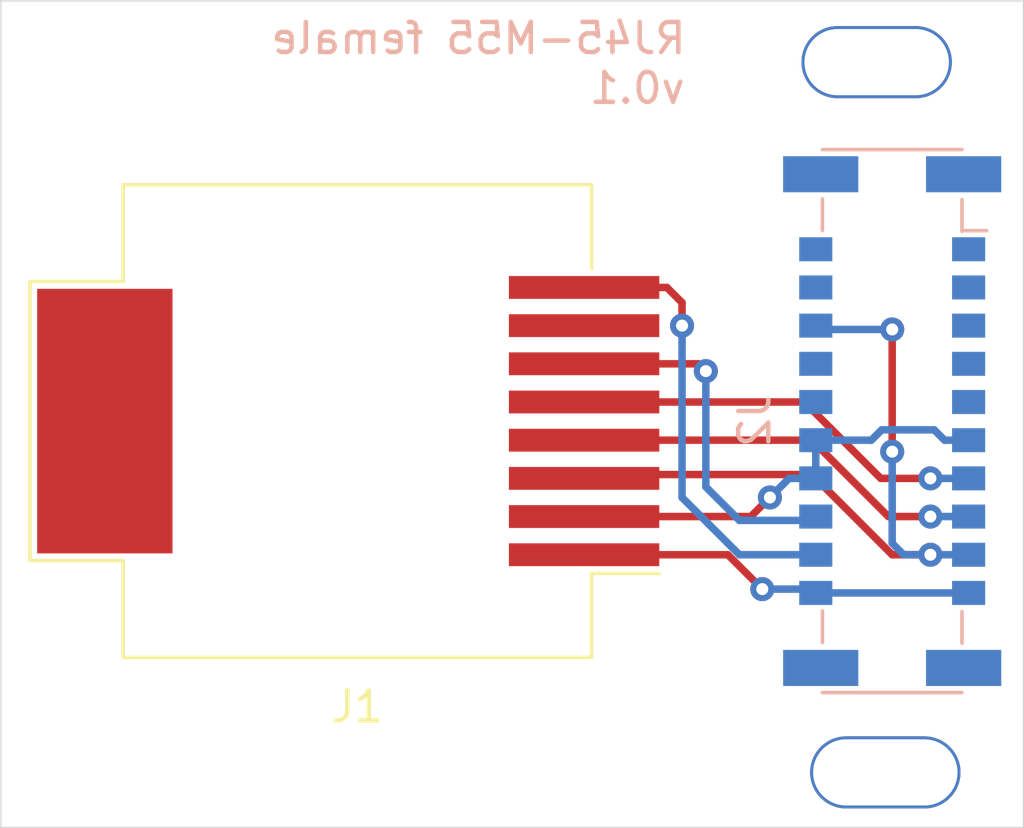
<source format=kicad_pcb>
(kicad_pcb (version 20171130) (host pcbnew 5.1.5)

  (general
    (thickness 1.6)
    (drawings 6)
    (tracks 62)
    (zones 0)
    (modules 4)
    (nets 8)
  )

  (page A4)
  (layers
    (0 F.Cu signal)
    (31 B.Cu signal)
    (32 B.Adhes user)
    (33 F.Adhes user)
    (34 B.Paste user)
    (35 F.Paste user)
    (36 B.SilkS user)
    (37 F.SilkS user)
    (38 B.Mask user)
    (39 F.Mask user)
    (40 Dwgs.User user)
    (41 Cmts.User user)
    (42 Eco1.User user)
    (43 Eco2.User user)
    (44 Edge.Cuts user)
    (45 Margin user)
    (46 B.CrtYd user)
    (47 F.CrtYd user)
    (48 B.Fab user)
    (49 F.Fab user)
  )

  (setup
    (last_trace_width 0.25)
    (trace_clearance 0.2)
    (zone_clearance 0.508)
    (zone_45_only no)
    (trace_min 0.2)
    (via_size 0.8)
    (via_drill 0.4)
    (via_min_size 0.4)
    (via_min_drill 0.3)
    (uvia_size 0.3)
    (uvia_drill 0.1)
    (uvias_allowed no)
    (uvia_min_size 0.2)
    (uvia_min_drill 0.1)
    (edge_width 0.05)
    (segment_width 0.2)
    (pcb_text_width 0.3)
    (pcb_text_size 1.5 1.5)
    (mod_edge_width 0.12)
    (mod_text_size 1 1)
    (mod_text_width 0.15)
    (pad_size 1.524 1.524)
    (pad_drill 0.762)
    (pad_to_mask_clearance 0.051)
    (solder_mask_min_width 0.25)
    (aux_axis_origin 0 0)
    (visible_elements FFFFFF7F)
    (pcbplotparams
      (layerselection 0x010fc_ffffffff)
      (usegerberextensions false)
      (usegerberattributes false)
      (usegerberadvancedattributes false)
      (creategerberjobfile false)
      (excludeedgelayer true)
      (linewidth 0.100000)
      (plotframeref false)
      (viasonmask false)
      (mode 1)
      (useauxorigin false)
      (hpglpennumber 1)
      (hpglpenspeed 20)
      (hpglpendiameter 15.000000)
      (psnegative false)
      (psa4output false)
      (plotreference true)
      (plotvalue true)
      (plotinvisibletext false)
      (padsonsilk false)
      (subtractmaskfromsilk false)
      (outputformat 4)
      (mirror false)
      (drillshape 0)
      (scaleselection 1)
      (outputdirectory "output/PDF"))
  )

  (net 0 "")
  (net 1 SCK)
  (net 2 5V)
  (net 3 MISO1)
  (net 4 CS0)
  (net 5 MOSI)
  (net 6 GND)
  (net 7 CS1)

  (net_class Default "This is the default net class."
    (clearance 0.2)
    (trace_width 0.25)
    (via_dia 0.8)
    (via_drill 0.4)
    (uvia_dia 0.3)
    (uvia_drill 0.1)
    (add_net 5V)
    (add_net CS0)
    (add_net CS1)
    (add_net GND)
    (add_net MISO1)
    (add_net MOSI)
    (add_net SCK)
  )

  (module connectors:Mount_via (layer F.Cu) (tedit 5E72F026) (tstamp 5E73C5DD)
    (at 87.376 169.164 90)
    (fp_text reference REF** (at -3.7846 -2.7432 90) (layer F.SilkS) hide
      (effects (font (size 1 1) (thickness 0.15)))
    )
    (fp_text value Mount_via (at -0.127 -3.9624 90) (layer F.Fab) hide
      (effects (font (size 1 1) (thickness 0.15)))
    )
    (pad "" np_thru_hole oval (at 0 0.0254 90) (size 2.4 5) (drill oval 2.2 4.8) (layers *.Cu *.Mask))
  )

  (module connectors:Mount_via (layer F.Cu) (tedit 5E72F026) (tstamp 5E73C655)
    (at 87.0886 145.542 90)
    (fp_text reference REF** (at -3.7846 -2.7432 90) (layer F.SilkS) hide
      (effects (font (size 1 1) (thickness 0.15)))
    )
    (fp_text value Mount_via (at -0.127 -3.9624 90) (layer F.Fab) hide
      (effects (font (size 1 1) (thickness 0.15)))
    )
    (pad "" np_thru_hole oval (at 0 0.0254 90) (size 2.4 5) (drill oval 2.2 4.8) (layers *.Cu *.Mask))
  )

  (module connectors:M55-6XX2042R_Archer_Kontrol (layer B.Cu) (tedit 5E72E168) (tstamp 5E736D54)
    (at 87.63 157.48 90)
    (descr "M55, 2x10, SMD, 20Pin, FEMALE, DIL, Vertical or Horizontal (https://cdn.harwin.com/pdfs/M55-70X.pdf)")
    (tags "6002042R, 6102042R, 6012042R, 6022042R,")
    (path /5E724F0C)
    (attr smd)
    (fp_text reference J2 (at 0 -4.572 90) (layer B.SilkS)
      (effects (font (size 1 1) (thickness 0.15)) (justify mirror))
    )
    (fp_text value "M55 Archer" (at 0 -5.08 90) (layer B.Fab)
      (effects (font (size 1 1) (thickness 0.15)) (justify mirror))
    )
    (fp_line (start -9.31 -4.13) (end -9.31 4.13) (layer B.CrtYd) (width 0.05))
    (fp_line (start 9.31 -4.13) (end -9.31 -4.13) (layer B.CrtYd) (width 0.05))
    (fp_line (start 9.31 4.13) (end 9.31 -4.13) (layer B.CrtYd) (width 0.05))
    (fp_line (start -9.31 4.13) (end 9.31 4.13) (layer B.CrtYd) (width 0.05))
    (fp_text user %R (at 0 0 90) (layer B.Fab)
      (effects (font (size 1 1) (thickness 0.15)) (justify mirror))
    )
    (fp_line (start 7.39 -2.32) (end 6.335 -2.32) (layer B.SilkS) (width 0.12))
    (fp_line (start 7.366 2.32) (end 6.311 2.32) (layer B.SilkS) (width 0.12))
    (fp_line (start 9.03 -2.32) (end 9.03 2.32) (layer B.SilkS) (width 0.12))
    (fp_line (start -7.366 -2.32) (end -6.311 -2.32) (layer B.SilkS) (width 0.12))
    (fp_line (start 6.335 2.32) (end 6.335 3.14) (layer B.SilkS) (width 0.12))
    (fp_line (start -9.03 2.32) (end -9.03 -2.32) (layer B.SilkS) (width 0.12))
    (fp_line (start -7.39 2.32) (end -6.335 2.32) (layer B.SilkS) (width 0.12))
    (fp_line (start 5.461 1.524) (end 5.715 1.778) (layer B.Fab) (width 0.12))
    (fp_line (start 5.969 1.524) (end 5.461 1.524) (layer B.Fab) (width 0.12))
    (fp_line (start 5.715 1.778) (end 5.969 1.524) (layer B.Fab) (width 0.12))
    (fp_line (start -3.415 -2.9) (end -3.415 -2.1) (layer B.Fab) (width 0.1))
    (fp_line (start 7.71 -2.1) (end 7.71 -3.6) (layer B.Fab) (width 0.1))
    (fp_line (start -5.455 -2.9) (end -5.955 -2.9) (layer B.Fab) (width 0.1))
    (fp_line (start 2.915 -2.9) (end 2.915 -2.1) (layer B.Fab) (width 0.1))
    (fp_line (start -7.71 -2.1) (end -7.71 -3.6) (layer B.Fab) (width 0.1))
    (fp_line (start 0.875 -2.1) (end 0.875 -2.9) (layer B.Fab) (width 0.1))
    (fp_line (start 7.71 -2.1) (end 5.955 -2.1) (layer B.Fab) (width 0.1))
    (fp_line (start 0.375 -2.1) (end -0.375 -2.1) (layer B.Fab) (width 0.1))
    (fp_line (start -2.915 -2.9) (end -3.415 -2.9) (layer B.Fab) (width 0.1))
    (fp_line (start -8.71 -2.3) (end -8.21 -2.1) (layer B.Fab) (width 0.1))
    (fp_line (start 2.145 -2.1) (end 2.145 -2.9) (layer B.Fab) (width 0.1))
    (fp_line (start 5.455 -2.9) (end 5.455 -2.1) (layer B.Fab) (width 0.1))
    (fp_line (start 4.685 -2.9) (end 4.1865 -2.9) (layer B.Fab) (width 0.1))
    (fp_line (start 8.71 -3.6) (end 8.71 -2.3) (layer B.Fab) (width 0.1))
    (fp_line (start 8.71 -2.3) (end 8.21 -2.1) (layer B.Fab) (width 0.1))
    (fp_line (start 5.955 -2.9) (end 5.455 -2.9) (layer B.Fab) (width 0.1))
    (fp_line (start -4.685 -2.9) (end -4.685 -2.1) (layer B.Fab) (width 0.1))
    (fp_line (start -0.375 -2.1) (end -0.375 -2.9) (layer B.Fab) (width 0.1))
    (fp_line (start 4.185 -2.9) (end 4.185 -2.1) (layer B.Fab) (width 0.1))
    (fp_line (start 4.185 -2.1) (end 3.415 -2.1) (layer B.Fab) (width 0.1))
    (fp_line (start -2.145 -2.1) (end -2.145 -2.9) (layer B.Fab) (width 0.1))
    (fp_line (start -0.875 -2.1) (end -1.645 -2.1) (layer B.Fab) (width 0.1))
    (fp_line (start 4.685 -2.1) (end 4.685 -2.9) (layer B.Fab) (width 0.1))
    (fp_line (start -2.145 -2.1) (end -2.915 -2.1) (layer B.Fab) (width 0.1))
    (fp_line (start 1.645 -2.9) (end 1.645 -2.145) (layer B.Fab) (width 0.1))
    (fp_line (start -0.875 -2.9) (end -0.875 -2.1) (layer B.Fab) (width 0.1))
    (fp_line (start -1.645 -2.1) (end -1.645 -2.9) (layer B.Fab) (width 0.1))
    (fp_line (start -4.685 -2.1) (end -5.455 -2.1) (layer B.Fab) (width 0.1))
    (fp_line (start -5.455 -2.1) (end -5.455 -2.9) (layer B.Fab) (width 0.1))
    (fp_line (start -1.645 -2.9) (end -2.145 -2.9) (layer B.Fab) (width 0.1))
    (fp_line (start -5.955 -2.1) (end -7.71 -2.1) (layer B.Fab) (width 0.1))
    (fp_line (start 3.415 -2.9) (end 2.915 -2.9) (layer B.Fab) (width 0.1))
    (fp_line (start 7.71 -3.6) (end 8.71 -3.6) (layer B.Fab) (width 0.1))
    (fp_line (start -4.185 -2.9) (end -4.685 -2.9) (layer B.Fab) (width 0.1))
    (fp_line (start -0.375 -2.9) (end -0.875 -2.9) (layer B.Fab) (width 0.1))
    (fp_line (start 0.875 -2.9) (end 0.375 -2.9) (layer B.Fab) (width 0.1))
    (fp_line (start -3.415 -2.1) (end -4.185 -2.1) (layer B.Fab) (width 0.1))
    (fp_line (start -4.185 -2.1) (end -4.185 -2.9) (layer B.Fab) (width 0.1))
    (fp_line (start 5.455 -2.1) (end 4.685 -2.1) (layer B.Fab) (width 0.1))
    (fp_line (start 5.955 -2.1) (end 5.955 -2.9) (layer B.Fab) (width 0.1))
    (fp_line (start 2.145 -2.9) (end 1.645 -2.9) (layer B.Fab) (width 0.1))
    (fp_line (start 1.645 -2.1) (end 0.875 -2.1) (layer B.Fab) (width 0.1))
    (fp_line (start -5.955 -2.9) (end -5.955 -2.1) (layer B.Fab) (width 0.1))
    (fp_line (start 2.915 -2.1) (end 2.145 -2.1) (layer B.Fab) (width 0.1))
    (fp_line (start 0.375 -2.9) (end 0.375 -2.1) (layer B.Fab) (width 0.1))
    (fp_line (start -8.71 -3.6) (end -8.71 -2.3) (layer B.Fab) (width 0.1))
    (fp_line (start -7.71 -3.6) (end -8.71 -3.6) (layer B.Fab) (width 0.1))
    (fp_line (start 3.415 -2.1) (end 3.415 -2.9) (layer B.Fab) (width 0.1))
    (fp_line (start -2.915 -2.1) (end -2.915 -2.9) (layer B.Fab) (width 0.1))
    (fp_line (start 8.71 2.3) (end 8.21 2.1) (layer B.Fab) (width 0.1))
    (fp_line (start 8.71 3.6) (end 8.71 2.3) (layer B.Fab) (width 0.1))
    (fp_line (start 7.71 3.6) (end 8.71 3.6) (layer B.Fab) (width 0.1))
    (fp_line (start 7.71 2.1) (end 7.71 3.6) (layer B.Fab) (width 0.1))
    (fp_line (start -8.71 2.3) (end -8.21 2.1) (layer B.Fab) (width 0.1))
    (fp_line (start -8.71 3.6) (end -8.71 2.3) (layer B.Fab) (width 0.1))
    (fp_line (start -7.71 3.6) (end -8.71 3.6) (layer B.Fab) (width 0.1))
    (fp_line (start -7.71 2.1) (end -7.71 3.6) (layer B.Fab) (width 0.1))
    (fp_line (start 5.955 2.1) (end 7.71 2.1) (layer B.Fab) (width 0.1))
    (fp_line (start 5.955 2.9) (end 5.955 2.1) (layer B.Fab) (width 0.1))
    (fp_line (start 5.455 2.9) (end 5.955 2.9) (layer B.Fab) (width 0.1))
    (fp_line (start 5.455 2.1) (end 5.455 2.9) (layer B.Fab) (width 0.1))
    (fp_line (start 4.685 2.1) (end 5.455 2.1) (layer B.Fab) (width 0.1))
    (fp_line (start 4.685 2.9) (end 4.685 2.1) (layer B.Fab) (width 0.1))
    (fp_line (start 4.185 2.9) (end 4.685 2.9) (layer B.Fab) (width 0.1))
    (fp_line (start 4.185 2.1) (end 4.185 2.9) (layer B.Fab) (width 0.1))
    (fp_line (start 3.415 2.1) (end 4.185 2.1) (layer B.Fab) (width 0.1))
    (fp_line (start 3.415 2.9) (end 3.415 2.1) (layer B.Fab) (width 0.1))
    (fp_line (start 2.915 2.9) (end 3.415 2.9) (layer B.Fab) (width 0.1))
    (fp_line (start 2.915 2.1) (end 2.915 2.9) (layer B.Fab) (width 0.1))
    (fp_line (start 2.145 2.1) (end 2.915 2.1) (layer B.Fab) (width 0.1))
    (fp_line (start 2.145 2.1) (end 2.145 2.9) (layer B.Fab) (width 0.1))
    (fp_line (start 1.645 2.9) (end 2.145 2.9) (layer B.Fab) (width 0.1))
    (fp_line (start 1.645 2.1) (end 1.645 2.9) (layer B.Fab) (width 0.1))
    (fp_line (start 0.875 2.1) (end 1.645 2.1) (layer B.Fab) (width 0.1))
    (fp_line (start 0.875 2.9) (end 0.875 2.1) (layer B.Fab) (width 0.1))
    (fp_line (start 0.375 2.9) (end 0.875 2.9) (layer B.Fab) (width 0.1))
    (fp_line (start 0.375 2.1) (end 0.375 2.9) (layer B.Fab) (width 0.1))
    (fp_line (start -0.375 2.1) (end 0.375 2.1) (layer B.Fab) (width 0.1))
    (fp_line (start -1.645 2.1) (end -0.875 2.1) (layer B.Fab) (width 0.1))
    (fp_line (start -2.915 2.1) (end -2.145 2.1) (layer B.Fab) (width 0.1))
    (fp_line (start -2.915 2.9) (end -2.915 2.1) (layer B.Fab) (width 0.1))
    (fp_line (start -3.415 2.9) (end -2.915 2.9) (layer B.Fab) (width 0.1))
    (fp_line (start -3.415 2.1) (end -3.415 2.9) (layer B.Fab) (width 0.1))
    (fp_line (start -4.185 2.1) (end -3.415 2.1) (layer B.Fab) (width 0.1))
    (fp_line (start -4.185 2.9) (end -4.185 2.1) (layer B.Fab) (width 0.1))
    (fp_line (start -4.685 2.9) (end -4.1865 2.9) (layer B.Fab) (width 0.1))
    (fp_line (start -4.685 2.1) (end -4.685 2.9) (layer B.Fab) (width 0.1))
    (fp_line (start -5.455 2.1) (end -4.685 2.1) (layer B.Fab) (width 0.1))
    (fp_line (start -5.455 2.9) (end -5.455 2.1) (layer B.Fab) (width 0.1))
    (fp_line (start -5.955 2.9) (end -5.455 2.9) (layer B.Fab) (width 0.1))
    (fp_line (start -5.955 2.1) (end -5.955 2.9) (layer B.Fab) (width 0.1))
    (fp_line (start -7.71 2.1) (end -5.955 2.1) (layer B.Fab) (width 0.1))
    (fp_line (start -1.645 2.9) (end -1.645 2.145) (layer B.Fab) (width 0.1))
    (fp_line (start -2.145 2.9) (end -1.645 2.9) (layer B.Fab) (width 0.1))
    (fp_line (start -2.145 2.1) (end -2.145 2.9) (layer B.Fab) (width 0.1))
    (fp_line (start -0.375 2.9) (end -0.375 2.1) (layer B.Fab) (width 0.1))
    (fp_line (start -0.875 2.9) (end -0.375 2.9) (layer B.Fab) (width 0.1))
    (fp_line (start -0.875 2.1) (end -0.875 2.9) (layer B.Fab) (width 0.1))
    (fp_line (start -8.21 -2.1) (end -8.21 2.1) (layer B.Fab) (width 0.1))
    (fp_line (start 8.21 2.1) (end 8.21 -2.1) (layer B.Fab) (width 0.1))
    (pad "" smd rect (at -8.21 -2.375 90) (size 1.2 2.5) (layers B.Cu B.Paste B.Mask))
    (pad "" smd rect (at -8.21 2.375 90) (size 1.2 2.5) (layers B.Cu B.Paste B.Mask))
    (pad "" smd rect (at 8.21 -2.375 90) (size 1.2 2.5) (layers B.Cu B.Paste B.Mask))
    (pad "" smd rect (at 8.21 2.375 90) (size 1.2 2.5) (layers B.Cu B.Paste B.Mask))
    (pad "" np_thru_hole circle (at -7.925 0 90) (size 1.65 1.65) (drill 1.65) (layers *.Cu *.Mask))
    (pad "" np_thru_hole circle (at 7.925 0 90) (size 1.65 1.65) (drill 1.65) (layers *.Cu *.Mask))
    (pad 2 smd rect (at 5.715 -2.54 90) (size 0.8 1.1) (layers B.Cu B.Paste B.Mask))
    (pad 1 smd rect (at 5.715 2.54 90) (size 0.8 1.1) (layers B.Cu B.Paste B.Mask))
    (pad 4 smd rect (at 4.445 -2.54 90) (size 0.8 1.1) (layers B.Cu B.Paste B.Mask))
    (pad 3 smd rect (at 4.445 2.54 90) (size 0.8 1.1) (layers B.Cu B.Paste B.Mask))
    (pad 6 smd rect (at 3.175 -2.54 90) (size 0.8 1.1) (layers B.Cu B.Paste B.Mask)
      (net 6 GND))
    (pad 5 smd rect (at 3.175 2.54 90) (size 0.8 1.1) (layers B.Cu B.Paste B.Mask))
    (pad 8 smd rect (at 1.905 -2.54 90) (size 0.8 1.1) (layers B.Cu B.Paste B.Mask))
    (pad 7 smd rect (at 1.905 2.54 90) (size 0.8 1.1) (layers B.Cu B.Paste B.Mask))
    (pad 10 smd rect (at 0.635 -2.54 90) (size 0.8 1.1) (layers B.Cu B.Paste B.Mask))
    (pad 9 smd rect (at 0.635 2.54 90) (size 0.8 1.1) (layers B.Cu B.Paste B.Mask))
    (pad 12 smd rect (at -0.635 -2.54 90) (size 0.8 1.1) (layers B.Cu B.Paste B.Mask)
      (net 7 CS1))
    (pad 11 smd rect (at -0.635 2.54 90) (size 0.8 1.1) (layers B.Cu B.Paste B.Mask)
      (net 7 CS1))
    (pad 14 smd rect (at -1.905 -2.54 90) (size 0.8 1.1) (layers B.Cu B.Paste B.Mask)
      (net 7 CS1))
    (pad 13 smd rect (at -1.905 2.54 90) (size 0.8 1.1) (layers B.Cu B.Paste B.Mask)
      (net 4 CS0))
    (pad 16 smd rect (at -3.175 -2.54 90) (size 0.8 1.1) (layers B.Cu B.Paste B.Mask)
      (net 3 MISO1))
    (pad 15 smd rect (at -3.175 2.54 90) (size 0.8 1.1) (layers B.Cu B.Paste B.Mask)
      (net 5 MOSI))
    (pad 18 smd rect (at -4.445 -2.54 90) (size 0.8 1.1) (layers B.Cu B.Paste B.Mask)
      (net 1 SCK))
    (pad 17 smd rect (at -4.445 2.54 90) (size 0.8 1.1) (layers B.Cu B.Paste B.Mask)
      (net 6 GND))
    (pad 20 smd rect (at -5.715 -2.54 90) (size 0.8 1.1) (layers B.Cu B.Paste B.Mask)
      (net 2 5V))
    (pad 19 smd rect (at -5.715 2.54 90) (size 0.8 1.1) (layers B.Cu B.Paste B.Mask)
      (net 2 5V))
  )

  (module connectors:RJ45_Molex_0855135013_Vertical (layer F.Cu) (tedit 5E729939) (tstamp 5E736CC3)
    (at 69.85 157.48 180)
    (descr "1 Port, RJ45, Series 85513, vertical, SMD, https://www.molex.com/pdm_docs/sd/855135013_sd.pdf")
    (tags "RJ45 Vertical")
    (path /5E7232B4)
    (attr smd)
    (fp_text reference J1 (at 0 -9.5) (layer F.SilkS)
      (effects (font (size 1 1) (thickness 0.15)))
    )
    (fp_text value RJ45 (at 0 9.5) (layer F.Fab)
      (effects (font (size 1 1) (thickness 0.15)))
    )
    (fp_text user %R (at 0 0) (layer F.Fab)
      (effects (font (size 1 1) (thickness 0.15)))
    )
    (fp_line (start 11.47 -8.45) (end -10.63 -8.45) (layer F.CrtYd) (width 0.05))
    (fp_line (start -10.63 -8.45) (end -10.63 8.45) (layer F.CrtYd) (width 0.05))
    (fp_line (start 11.47 8.45) (end -10.63 8.45) (layer F.CrtYd) (width 0.05))
    (fp_line (start 11.47 -8.45) (end 11.47 8.45) (layer F.CrtYd) (width 0.05))
    (fp_line (start -7.78 7.86) (end -7.78 5.065) (layer F.SilkS) (width 0.12))
    (fp_line (start 7.78 7.86) (end -7.78 7.86) (layer F.SilkS) (width 0.12))
    (fp_line (start 7.78 4.64) (end 7.78 7.86) (layer F.SilkS) (width 0.12))
    (fp_line (start 10.88 4.64) (end 7.78 4.64) (layer F.SilkS) (width 0.12))
    (fp_line (start 10.88 -4.64) (end 10.88 4.64) (layer F.SilkS) (width 0.12))
    (fp_line (start 7.78 -4.64) (end 10.88 -4.64) (layer F.SilkS) (width 0.12))
    (fp_line (start 7.78 -7.86) (end 7.78 -4.64) (layer F.SilkS) (width 0.12))
    (fp_line (start -7.78 -7.86) (end 7.78 -7.86) (layer F.SilkS) (width 0.12))
    (fp_line (start -7.78 -7.86) (end -7.78 -5.065) (layer F.SilkS) (width 0.12))
    (fp_line (start -7.78 -5.065) (end -10.04 -5.065) (layer F.SilkS) (width 0.12))
    (fp_line (start -6.54 -7.62) (end -7.54 -6.62) (layer F.Fab) (width 0.11))
    (fp_line (start 7.54 -7.62) (end -6.54 -7.62) (layer F.Fab) (width 0.1))
    (fp_line (start 7.54 7.62) (end 7.54 -7.62) (layer F.Fab) (width 0.1))
    (fp_line (start 7.54 7.62) (end -7.54 7.62) (layer F.Fab) (width 0.1))
    (fp_line (start -7.54 -6.62) (end -7.54 7.62) (layer F.Fab) (width 0.1))
    (pad L smd rect (at 8.39 0 90) (size 8.8 4.5) (layers F.Cu F.Paste F.Mask))
    (pad 8 smd rect (at -7.54 4.445 90) (size 0.76 5) (layers F.Cu F.Paste F.Mask)
      (net 1 SCK))
    (pad 7 smd rect (at -7.54 3.175 90) (size 0.76 5) (layers F.Cu F.Paste F.Mask)
      (net 2 5V))
    (pad 6 smd rect (at -7.54 1.905 90) (size 0.76 5) (layers F.Cu F.Paste F.Mask)
      (net 3 MISO1))
    (pad 5 smd rect (at -7.54 0.635 90) (size 0.76 5) (layers F.Cu F.Paste F.Mask)
      (net 4 CS0))
    (pad 4 smd rect (at -7.54 -0.635 90) (size 0.76 5) (layers F.Cu F.Paste F.Mask)
      (net 5 MOSI))
    (pad 3 smd rect (at -7.54 -1.905 90) (size 0.76 5) (layers F.Cu F.Paste F.Mask)
      (net 6 GND))
    (pad 2 smd rect (at -7.54 -3.175 90) (size 0.76 5) (layers F.Cu F.Paste F.Mask)
      (net 7 CS1))
    (pad 1 smd rect (at -7.54 -4.445 90) (size 0.76 5) (layers F.Cu F.Paste F.Mask)
      (net 2 5V))
  )

  (gr_text v0.1 (at 79.15656 146.4056) (layer B.SilkS)
    (effects (font (size 1 1) (thickness 0.15)) (justify mirror))
  )
  (gr_text "RJ45-M55 female" (at 73.87844 144.74952) (layer B.SilkS)
    (effects (font (size 1 1) (thickness 0.15)) (justify mirror))
  )
  (gr_line (start 58 143.5) (end 92 143.5) (layer Edge.Cuts) (width 0.05))
  (gr_line (start 58 171) (end 58 143.5) (layer Edge.Cuts) (width 0.05))
  (gr_line (start 58 171) (end 92 171) (layer Edge.Cuts) (width 0.05))
  (gr_line (start 92 143.5) (end 92 171) (layer Edge.Cuts) (width 0.05))

  (segment (start 85.09 161.925) (end 82.55 161.925) (width 0.25) (layer B.Cu) (net 1))
  (segment (start 80.14 153.035) (end 80.645 153.54) (width 0.25) (layer F.Cu) (net 1))
  (segment (start 80.645 153.54) (end 80.645 154.305) (width 0.25) (layer F.Cu) (net 1))
  (segment (start 80.645 160.02) (end 80.645 154.870685) (width 0.25) (layer B.Cu) (net 1))
  (segment (start 77.39 153.035) (end 80.14 153.035) (width 0.25) (layer F.Cu) (net 1))
  (segment (start 82.55 161.925) (end 80.645 160.02) (width 0.25) (layer B.Cu) (net 1))
  (via (at 80.645 154.305) (size 0.8) (drill 0.4) (layers F.Cu B.Cu) (net 1))
  (segment (start 80.645 154.870685) (end 80.645 154.305) (width 0.25) (layer B.Cu) (net 1))
  (segment (start 89.37 163.195) (end 85.09 163.195) (width 0.25) (layer B.Cu) (net 2))
  (segment (start 90.17 163.195) (end 89.37 163.195) (width 0.25) (layer B.Cu) (net 2))
  (segment (start 77.39 161.925) (end 82.169 161.925) (width 0.25) (layer F.Cu) (net 2))
  (via (at 83.312 163.068) (size 0.8) (drill 0.4) (layers F.Cu B.Cu) (net 2))
  (segment (start 82.169 161.925) (end 83.312 163.068) (width 0.25) (layer F.Cu) (net 2))
  (segment (start 84.963 163.068) (end 85.09 163.195) (width 0.25) (layer B.Cu) (net 2))
  (segment (start 83.312 163.068) (end 84.963 163.068) (width 0.25) (layer B.Cu) (net 2))
  (via (at 81.43632 155.818003) (size 0.8) (drill 0.4) (layers F.Cu B.Cu) (net 3))
  (segment (start 77.39 155.575) (end 81.193317 155.575) (width 0.25) (layer F.Cu) (net 3))
  (segment (start 81.193317 155.575) (end 81.43632 155.818003) (width 0.25) (layer F.Cu) (net 3))
  (segment (start 81.43632 156.383688) (end 81.43632 155.818003) (width 0.25) (layer B.Cu) (net 3))
  (segment (start 84.94 160.655) (end 84.813 160.782) (width 0.25) (layer B.Cu) (net 3))
  (segment (start 82.55 160.782) (end 81.43632 159.66832) (width 0.25) (layer B.Cu) (net 3))
  (segment (start 85.09 160.655) (end 84.94 160.655) (width 0.25) (layer B.Cu) (net 3))
  (segment (start 81.43632 159.66832) (end 81.43632 156.383688) (width 0.25) (layer B.Cu) (net 3))
  (segment (start 84.813 160.782) (end 82.55 160.782) (width 0.25) (layer B.Cu) (net 3))
  (segment (start 90.17 159.385) (end 88.9 159.385) (width 0.25) (layer B.Cu) (net 4))
  (via (at 88.9 159.385) (size 0.8) (drill 0.4) (layers F.Cu B.Cu) (net 4))
  (segment (start 87.249 159.385) (end 88.9 159.385) (width 0.25) (layer F.Cu) (net 4))
  (segment (start 77.39 156.845) (end 84.709 156.845) (width 0.25) (layer F.Cu) (net 4))
  (segment (start 84.709 156.845) (end 87.249 159.385) (width 0.25) (layer F.Cu) (net 4))
  (via (at 88.9 160.655) (size 0.8) (drill 0.4) (layers F.Cu B.Cu) (net 5))
  (segment (start 88.9 160.655) (end 90.17 160.655) (width 0.25) (layer B.Cu) (net 5))
  (segment (start 87.503 160.655) (end 88.9 160.655) (width 0.25) (layer F.Cu) (net 5))
  (segment (start 77.39 158.115) (end 84.963 158.115) (width 0.25) (layer F.Cu) (net 5))
  (segment (start 84.963 158.115) (end 87.503 160.655) (width 0.25) (layer F.Cu) (net 5))
  (via (at 88.9 161.925) (size 0.8) (drill 0.4) (layers F.Cu B.Cu) (net 6))
  (segment (start 88.9 161.925) (end 90.17 161.925) (width 0.25) (layer B.Cu) (net 6))
  (segment (start 88.334315 161.925) (end 88.9 161.925) (width 0.25) (layer F.Cu) (net 6))
  (segment (start 79.51 159.385) (end 79.637 159.258) (width 0.25) (layer F.Cu) (net 6))
  (segment (start 84.963 159.258) (end 87.63 161.925) (width 0.25) (layer F.Cu) (net 6))
  (segment (start 77.39 159.385) (end 79.51 159.385) (width 0.25) (layer F.Cu) (net 6))
  (segment (start 79.637 159.258) (end 84.963 159.258) (width 0.25) (layer F.Cu) (net 6))
  (segment (start 87.63 161.925) (end 88.334315 161.925) (width 0.25) (layer F.Cu) (net 6))
  (segment (start 88.9 161.925) (end 88.011 161.925) (width 0.25) (layer B.Cu) (net 6))
  (segment (start 88.011 161.925) (end 87.63 161.544) (width 0.25) (layer B.Cu) (net 6))
  (via (at 87.63 158.496) (size 0.8) (drill 0.4) (layers F.Cu B.Cu) (net 6))
  (segment (start 87.63 161.544) (end 87.63 158.496) (width 0.25) (layer B.Cu) (net 6))
  (via (at 87.63 154.432) (size 0.8) (drill 0.4) (layers F.Cu B.Cu) (net 6))
  (segment (start 87.63 158.496) (end 87.63 154.432) (width 0.25) (layer F.Cu) (net 6))
  (segment (start 85.217 154.432) (end 85.09 154.305) (width 0.25) (layer B.Cu) (net 6))
  (segment (start 87.63 154.432) (end 85.217 154.432) (width 0.25) (layer B.Cu) (net 6))
  (segment (start 85.09 159.385) (end 85.09 158.115) (width 0.25) (layer B.Cu) (net 7))
  (via (at 83.566 160.02002) (size 0.8) (drill 0.4) (layers F.Cu B.Cu) (net 7))
  (segment (start 77.39 160.655) (end 82.93102 160.655) (width 0.25) (layer F.Cu) (net 7))
  (segment (start 83.965999 159.620021) (end 83.566 160.02002) (width 0.25) (layer B.Cu) (net 7))
  (segment (start 85.09 159.385) (end 84.20102 159.385) (width 0.25) (layer B.Cu) (net 7))
  (segment (start 84.20102 159.385) (end 83.965999 159.620021) (width 0.25) (layer B.Cu) (net 7))
  (segment (start 82.93102 160.655) (end 83.566 160.02002) (width 0.25) (layer F.Cu) (net 7))
  (segment (start 89.37 158.115) (end 90.17 158.115) (width 0.25) (layer B.Cu) (net 7))
  (segment (start 89.025999 157.770999) (end 89.37 158.115) (width 0.25) (layer B.Cu) (net 7))
  (segment (start 87.281999 157.770999) (end 89.025999 157.770999) (width 0.25) (layer B.Cu) (net 7))
  (segment (start 86.937998 158.115) (end 87.281999 157.770999) (width 0.25) (layer B.Cu) (net 7))
  (segment (start 85.09 158.115) (end 86.937998 158.115) (width 0.25) (layer B.Cu) (net 7))

)

</source>
